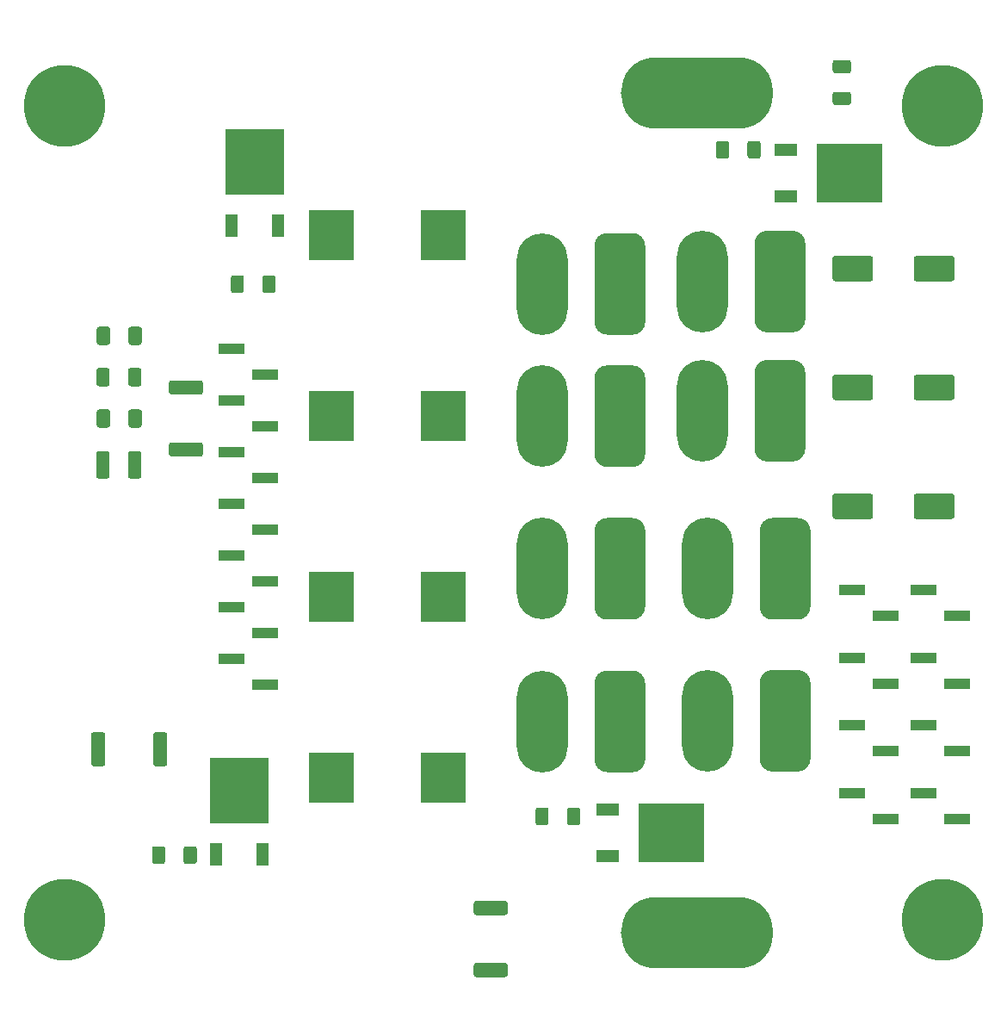
<source format=gbr>
%TF.GenerationSoftware,KiCad,Pcbnew,(5.1.10)-1*%
%TF.CreationDate,2021-09-14T12:20:03+02:00*%
%TF.ProjectId,BTS-MainBoard-Power,4254532d-4d61-4696-9e42-6f6172642d50,rev?*%
%TF.SameCoordinates,Original*%
%TF.FileFunction,Soldermask,Top*%
%TF.FilePolarity,Negative*%
%FSLAX46Y46*%
G04 Gerber Fmt 4.6, Leading zero omitted, Abs format (unit mm)*
G04 Created by KiCad (PCBNEW (5.1.10)-1) date 2021-09-14 12:20:03*
%MOMM*%
%LPD*%
G01*
G04 APERTURE LIST*
%ADD10R,6.400000X5.800000*%
%ADD11R,2.200000X1.200000*%
%ADD12R,5.800000X6.400000*%
%ADD13R,1.200000X2.200000*%
%ADD14R,2.510000X1.000000*%
%ADD15C,8.000000*%
%ADD16C,4.400000*%
%ADD17R,4.500000X5.000000*%
%ADD18O,5.000000X10.000000*%
%ADD19O,15.000000X7.000000*%
G04 APERTURE END LIST*
D10*
%TO.C,Q4*%
X226060000Y-118490000D03*
D11*
X219760000Y-120770000D03*
X219760000Y-116210000D03*
%TD*%
D10*
%TO.C,Q3*%
X243610000Y-53595000D03*
D11*
X237310000Y-55875000D03*
X237310000Y-51315000D03*
%TD*%
D12*
%TO.C,Q2*%
X183516000Y-114276000D03*
D13*
X185796000Y-120576000D03*
X181236000Y-120576000D03*
%TD*%
D12*
%TO.C,Q1*%
X185040000Y-52475000D03*
D13*
X187320000Y-58775000D03*
X182760000Y-58775000D03*
%TD*%
D14*
%TO.C,J19*%
X247146000Y-117094000D03*
X243836000Y-114554000D03*
%TD*%
%TO.C,J18*%
X254131000Y-117094000D03*
X250821000Y-114554000D03*
%TD*%
%TO.C,J17*%
X254131000Y-110447666D03*
X250821000Y-107907666D03*
%TD*%
%TO.C,J16*%
X254131000Y-103801333D03*
X250821000Y-101261333D03*
%TD*%
%TO.C,J15*%
X247146000Y-110447666D03*
X243836000Y-107907666D03*
%TD*%
%TO.C,J14*%
X247146000Y-103801333D03*
X243836000Y-101261333D03*
%TD*%
%TO.C,J13*%
X254131000Y-97155000D03*
X250821000Y-94615000D03*
%TD*%
%TO.C,J12*%
X247146000Y-97155000D03*
X243836000Y-94615000D03*
%TD*%
%TO.C,C4*%
G36*
G01*
X249904000Y-63992000D02*
X249904000Y-61992000D01*
G75*
G02*
X250154000Y-61742000I250000J0D01*
G01*
X253654000Y-61742000D01*
G75*
G02*
X253904000Y-61992000I0J-250000D01*
G01*
X253904000Y-63992000D01*
G75*
G02*
X253654000Y-64242000I-250000J0D01*
G01*
X250154000Y-64242000D01*
G75*
G02*
X249904000Y-63992000I0J250000D01*
G01*
G37*
G36*
G01*
X241904000Y-63992000D02*
X241904000Y-61992000D01*
G75*
G02*
X242154000Y-61742000I250000J0D01*
G01*
X245654000Y-61742000D01*
G75*
G02*
X245904000Y-61992000I0J-250000D01*
G01*
X245904000Y-63992000D01*
G75*
G02*
X245654000Y-64242000I-250000J0D01*
G01*
X242154000Y-64242000D01*
G75*
G02*
X241904000Y-63992000I0J250000D01*
G01*
G37*
%TD*%
%TO.C,C5*%
G36*
G01*
X249904000Y-75676000D02*
X249904000Y-73676000D01*
G75*
G02*
X250154000Y-73426000I250000J0D01*
G01*
X253654000Y-73426000D01*
G75*
G02*
X253904000Y-73676000I0J-250000D01*
G01*
X253904000Y-75676000D01*
G75*
G02*
X253654000Y-75926000I-250000J0D01*
G01*
X250154000Y-75926000D01*
G75*
G02*
X249904000Y-75676000I0J250000D01*
G01*
G37*
G36*
G01*
X241904000Y-75676000D02*
X241904000Y-73676000D01*
G75*
G02*
X242154000Y-73426000I250000J0D01*
G01*
X245654000Y-73426000D01*
G75*
G02*
X245904000Y-73676000I0J-250000D01*
G01*
X245904000Y-75676000D01*
G75*
G02*
X245654000Y-75926000I-250000J0D01*
G01*
X242154000Y-75926000D01*
G75*
G02*
X241904000Y-75676000I0J250000D01*
G01*
G37*
%TD*%
%TO.C,C3*%
G36*
G01*
X249904000Y-87360000D02*
X249904000Y-85360000D01*
G75*
G02*
X250154000Y-85110000I250000J0D01*
G01*
X253654000Y-85110000D01*
G75*
G02*
X253904000Y-85360000I0J-250000D01*
G01*
X253904000Y-87360000D01*
G75*
G02*
X253654000Y-87610000I-250000J0D01*
G01*
X250154000Y-87610000D01*
G75*
G02*
X249904000Y-87360000I0J250000D01*
G01*
G37*
G36*
G01*
X241904000Y-87360000D02*
X241904000Y-85360000D01*
G75*
G02*
X242154000Y-85110000I250000J0D01*
G01*
X245654000Y-85110000D01*
G75*
G02*
X245904000Y-85360000I0J-250000D01*
G01*
X245904000Y-87360000D01*
G75*
G02*
X245654000Y-87610000I-250000J0D01*
G01*
X242154000Y-87610000D01*
G75*
G02*
X241904000Y-87360000I0J250000D01*
G01*
G37*
%TD*%
%TO.C,R2*%
G36*
G01*
X175070000Y-111661001D02*
X175070000Y-108810999D01*
G75*
G02*
X175319999Y-108561000I249999J0D01*
G01*
X176220001Y-108561000D01*
G75*
G02*
X176470000Y-108810999I0J-249999D01*
G01*
X176470000Y-111661001D01*
G75*
G02*
X176220001Y-111911000I-249999J0D01*
G01*
X175319999Y-111911000D01*
G75*
G02*
X175070000Y-111661001I0J249999D01*
G01*
G37*
G36*
G01*
X168970000Y-111661001D02*
X168970000Y-108810999D01*
G75*
G02*
X169219999Y-108561000I249999J0D01*
G01*
X170120001Y-108561000D01*
G75*
G02*
X170370000Y-108810999I0J-249999D01*
G01*
X170370000Y-111661001D01*
G75*
G02*
X170120001Y-111911000I-249999J0D01*
G01*
X169219999Y-111911000D01*
G75*
G02*
X168970000Y-111661001I0J249999D01*
G01*
G37*
%TD*%
%TO.C,R1*%
G36*
G01*
X179733001Y-75374000D02*
X176882999Y-75374000D01*
G75*
G02*
X176633000Y-75124001I0J249999D01*
G01*
X176633000Y-74223999D01*
G75*
G02*
X176882999Y-73974000I249999J0D01*
G01*
X179733001Y-73974000D01*
G75*
G02*
X179983000Y-74223999I0J-249999D01*
G01*
X179983000Y-75124001D01*
G75*
G02*
X179733001Y-75374000I-249999J0D01*
G01*
G37*
G36*
G01*
X179733001Y-81474000D02*
X176882999Y-81474000D01*
G75*
G02*
X176633000Y-81224001I0J249999D01*
G01*
X176633000Y-80323999D01*
G75*
G02*
X176882999Y-80074000I249999J0D01*
G01*
X179733001Y-80074000D01*
G75*
G02*
X179983000Y-80323999I0J-249999D01*
G01*
X179983000Y-81224001D01*
G75*
G02*
X179733001Y-81474000I-249999J0D01*
G01*
G37*
%TD*%
%TO.C,C11*%
G36*
G01*
X170804000Y-73009997D02*
X170804000Y-74310003D01*
G75*
G02*
X170554003Y-74560000I-249997J0D01*
G01*
X169728997Y-74560000D01*
G75*
G02*
X169479000Y-74310003I0J249997D01*
G01*
X169479000Y-73009997D01*
G75*
G02*
X169728997Y-72760000I249997J0D01*
G01*
X170554003Y-72760000D01*
G75*
G02*
X170804000Y-73009997I0J-249997D01*
G01*
G37*
G36*
G01*
X173929000Y-73009997D02*
X173929000Y-74310003D01*
G75*
G02*
X173679003Y-74560000I-249997J0D01*
G01*
X172853997Y-74560000D01*
G75*
G02*
X172604000Y-74310003I0J249997D01*
G01*
X172604000Y-73009997D01*
G75*
G02*
X172853997Y-72760000I249997J0D01*
G01*
X173679003Y-72760000D01*
G75*
G02*
X173929000Y-73009997I0J-249997D01*
G01*
G37*
%TD*%
%TO.C,C10*%
G36*
G01*
X170804000Y-81195997D02*
X170804000Y-83396003D01*
G75*
G02*
X170554003Y-83646000I-249997J0D01*
G01*
X169728997Y-83646000D01*
G75*
G02*
X169479000Y-83396003I0J249997D01*
G01*
X169479000Y-81195997D01*
G75*
G02*
X169728997Y-80946000I249997J0D01*
G01*
X170554003Y-80946000D01*
G75*
G02*
X170804000Y-81195997I0J-249997D01*
G01*
G37*
G36*
G01*
X173929000Y-81195997D02*
X173929000Y-83396003D01*
G75*
G02*
X173679003Y-83646000I-249997J0D01*
G01*
X172853997Y-83646000D01*
G75*
G02*
X172604000Y-83396003I0J249997D01*
G01*
X172604000Y-81195997D01*
G75*
G02*
X172853997Y-80946000I249997J0D01*
G01*
X173679003Y-80946000D01*
G75*
G02*
X173929000Y-81195997I0J-249997D01*
G01*
G37*
%TD*%
%TO.C,C9*%
G36*
G01*
X170842500Y-77073997D02*
X170842500Y-78374003D01*
G75*
G02*
X170592503Y-78624000I-249997J0D01*
G01*
X169767497Y-78624000D01*
G75*
G02*
X169517500Y-78374003I0J249997D01*
G01*
X169517500Y-77073997D01*
G75*
G02*
X169767497Y-76824000I249997J0D01*
G01*
X170592503Y-76824000D01*
G75*
G02*
X170842500Y-77073997I0J-249997D01*
G01*
G37*
G36*
G01*
X173967500Y-77073997D02*
X173967500Y-78374003D01*
G75*
G02*
X173717503Y-78624000I-249997J0D01*
G01*
X172892497Y-78624000D01*
G75*
G02*
X172642500Y-78374003I0J249997D01*
G01*
X172642500Y-77073997D01*
G75*
G02*
X172892497Y-76824000I249997J0D01*
G01*
X173717503Y-76824000D01*
G75*
G02*
X173967500Y-77073997I0J-249997D01*
G01*
G37*
%TD*%
%TO.C,C1*%
G36*
G01*
X170842500Y-68945997D02*
X170842500Y-70246003D01*
G75*
G02*
X170592503Y-70496000I-249997J0D01*
G01*
X169767497Y-70496000D01*
G75*
G02*
X169517500Y-70246003I0J249997D01*
G01*
X169517500Y-68945997D01*
G75*
G02*
X169767497Y-68696000I249997J0D01*
G01*
X170592503Y-68696000D01*
G75*
G02*
X170842500Y-68945997I0J-249997D01*
G01*
G37*
G36*
G01*
X173967500Y-68945997D02*
X173967500Y-70246003D01*
G75*
G02*
X173717503Y-70496000I-249997J0D01*
G01*
X172892497Y-70496000D01*
G75*
G02*
X172642500Y-70246003I0J249997D01*
G01*
X172642500Y-68945997D01*
G75*
G02*
X172892497Y-68696000I249997J0D01*
G01*
X173717503Y-68696000D01*
G75*
G02*
X173967500Y-68945997I0J-249997D01*
G01*
G37*
%TD*%
%TO.C,J3*%
X186059000Y-103886000D03*
X186059000Y-98806000D03*
X186059000Y-93726000D03*
X186059000Y-88646000D03*
X186059000Y-83566000D03*
X186059000Y-78486000D03*
X186059000Y-73406000D03*
X182749000Y-101346000D03*
X182749000Y-96266000D03*
X182749000Y-91186000D03*
X182749000Y-86106000D03*
X182749000Y-81026000D03*
X182749000Y-75946000D03*
X182749000Y-70866000D03*
%TD*%
D15*
%TO.C,H3*%
X252730000Y-46990000D03*
D16*
X252730000Y-46990000D03*
%TD*%
D15*
%TO.C,H4*%
X166370000Y-46990000D03*
D16*
X166370000Y-46990000D03*
%TD*%
D15*
%TO.C,H2*%
X166370000Y-127000000D03*
D16*
X166370000Y-127000000D03*
%TD*%
D15*
%TO.C,H1*%
X252730000Y-127000000D03*
D16*
X252730000Y-127000000D03*
%TD*%
%TO.C,R11*%
G36*
G01*
X213984000Y-116214999D02*
X213984000Y-117465001D01*
G75*
G02*
X213734001Y-117715000I-249999J0D01*
G01*
X212933999Y-117715000D01*
G75*
G02*
X212684000Y-117465001I0J249999D01*
G01*
X212684000Y-116214999D01*
G75*
G02*
X212933999Y-115965000I249999J0D01*
G01*
X213734001Y-115965000D01*
G75*
G02*
X213984000Y-116214999I0J-249999D01*
G01*
G37*
G36*
G01*
X217084000Y-116214999D02*
X217084000Y-117465001D01*
G75*
G02*
X216834001Y-117715000I-249999J0D01*
G01*
X216033999Y-117715000D01*
G75*
G02*
X215784000Y-117465001I0J249999D01*
G01*
X215784000Y-116214999D01*
G75*
G02*
X216033999Y-115965000I249999J0D01*
G01*
X216834001Y-115965000D01*
G75*
G02*
X217084000Y-116214999I0J-249999D01*
G01*
G37*
%TD*%
%TO.C,R10*%
G36*
G01*
X231738000Y-50682999D02*
X231738000Y-51933001D01*
G75*
G02*
X231488001Y-52183000I-249999J0D01*
G01*
X230687999Y-52183000D01*
G75*
G02*
X230438000Y-51933001I0J249999D01*
G01*
X230438000Y-50682999D01*
G75*
G02*
X230687999Y-50433000I249999J0D01*
G01*
X231488001Y-50433000D01*
G75*
G02*
X231738000Y-50682999I0J-249999D01*
G01*
G37*
G36*
G01*
X234838000Y-50682999D02*
X234838000Y-51933001D01*
G75*
G02*
X234588001Y-52183000I-249999J0D01*
G01*
X233787999Y-52183000D01*
G75*
G02*
X233538000Y-51933001I0J249999D01*
G01*
X233538000Y-50682999D01*
G75*
G02*
X233787999Y-50433000I249999J0D01*
G01*
X234588001Y-50433000D01*
G75*
G02*
X234838000Y-50682999I0J-249999D01*
G01*
G37*
%TD*%
%TO.C,R9*%
G36*
G01*
X206854999Y-131255000D02*
X209705001Y-131255000D01*
G75*
G02*
X209955000Y-131504999I0J-249999D01*
G01*
X209955000Y-132405001D01*
G75*
G02*
X209705001Y-132655000I-249999J0D01*
G01*
X206854999Y-132655000D01*
G75*
G02*
X206605000Y-132405001I0J249999D01*
G01*
X206605000Y-131504999D01*
G75*
G02*
X206854999Y-131255000I249999J0D01*
G01*
G37*
G36*
G01*
X206854999Y-125155000D02*
X209705001Y-125155000D01*
G75*
G02*
X209955000Y-125404999I0J-249999D01*
G01*
X209955000Y-126305001D01*
G75*
G02*
X209705001Y-126555000I-249999J0D01*
G01*
X206854999Y-126555000D01*
G75*
G02*
X206605000Y-126305001I0J249999D01*
G01*
X206605000Y-125404999D01*
G75*
G02*
X206854999Y-125155000I249999J0D01*
G01*
G37*
%TD*%
%TO.C,R8*%
G36*
G01*
X176265000Y-120024999D02*
X176265000Y-121275001D01*
G75*
G02*
X176015001Y-121525000I-249999J0D01*
G01*
X175214999Y-121525000D01*
G75*
G02*
X174965000Y-121275001I0J249999D01*
G01*
X174965000Y-120024999D01*
G75*
G02*
X175214999Y-119775000I249999J0D01*
G01*
X176015001Y-119775000D01*
G75*
G02*
X176265000Y-120024999I0J-249999D01*
G01*
G37*
G36*
G01*
X179365000Y-120024999D02*
X179365000Y-121275001D01*
G75*
G02*
X179115001Y-121525000I-249999J0D01*
G01*
X178314999Y-121525000D01*
G75*
G02*
X178065000Y-121275001I0J249999D01*
G01*
X178065000Y-120024999D01*
G75*
G02*
X178314999Y-119775000I249999J0D01*
G01*
X179115001Y-119775000D01*
G75*
G02*
X179365000Y-120024999I0J-249999D01*
G01*
G37*
%TD*%
%TO.C,R7*%
G36*
G01*
X185812000Y-65141001D02*
X185812000Y-63890999D01*
G75*
G02*
X186061999Y-63641000I249999J0D01*
G01*
X186862001Y-63641000D01*
G75*
G02*
X187112000Y-63890999I0J-249999D01*
G01*
X187112000Y-65141001D01*
G75*
G02*
X186862001Y-65391000I-249999J0D01*
G01*
X186061999Y-65391000D01*
G75*
G02*
X185812000Y-65141001I0J249999D01*
G01*
G37*
G36*
G01*
X182712000Y-65141001D02*
X182712000Y-63890999D01*
G75*
G02*
X182961999Y-63641000I249999J0D01*
G01*
X183762001Y-63641000D01*
G75*
G02*
X184012000Y-63890999I0J-249999D01*
G01*
X184012000Y-65141001D01*
G75*
G02*
X183762001Y-65391000I-249999J0D01*
G01*
X182961999Y-65391000D01*
G75*
G02*
X182712000Y-65141001I0J249999D01*
G01*
G37*
%TD*%
D17*
%TO.C,L4*%
X203620000Y-77470000D03*
X192620000Y-77470000D03*
%TD*%
%TO.C,L3*%
X203620000Y-95250000D03*
X192620000Y-95250000D03*
%TD*%
%TO.C,L2*%
X203620000Y-113030000D03*
X192620000Y-113030000D03*
%TD*%
%TO.C,L1*%
X203620000Y-59690000D03*
X192620000Y-59690000D03*
%TD*%
%TO.C,J11*%
G36*
G01*
X234736000Y-96250000D02*
X234736000Y-88750000D01*
G75*
G02*
X235986000Y-87500000I1250000J0D01*
G01*
X238486000Y-87500000D01*
G75*
G02*
X239736000Y-88750000I0J-1250000D01*
G01*
X239736000Y-96250000D01*
G75*
G02*
X238486000Y-97500000I-1250000J0D01*
G01*
X235986000Y-97500000D01*
G75*
G02*
X234736000Y-96250000I0J1250000D01*
G01*
G37*
D18*
X229616000Y-92500000D03*
%TD*%
%TO.C,J10*%
G36*
G01*
X234228000Y-68012000D02*
X234228000Y-60512000D01*
G75*
G02*
X235478000Y-59262000I1250000J0D01*
G01*
X237978000Y-59262000D01*
G75*
G02*
X239228000Y-60512000I0J-1250000D01*
G01*
X239228000Y-68012000D01*
G75*
G02*
X237978000Y-69262000I-1250000J0D01*
G01*
X235478000Y-69262000D01*
G75*
G02*
X234228000Y-68012000I0J1250000D01*
G01*
G37*
X229108000Y-64262000D03*
%TD*%
%TO.C,J9*%
G36*
G01*
X218480000Y-68240000D02*
X218480000Y-60740000D01*
G75*
G02*
X219730000Y-59490000I1250000J0D01*
G01*
X222230000Y-59490000D01*
G75*
G02*
X223480000Y-60740000I0J-1250000D01*
G01*
X223480000Y-68240000D01*
G75*
G02*
X222230000Y-69490000I-1250000J0D01*
G01*
X219730000Y-69490000D01*
G75*
G02*
X218480000Y-68240000I0J1250000D01*
G01*
G37*
X213360000Y-64490000D03*
%TD*%
%TO.C,J8*%
G36*
G01*
X218480000Y-96250000D02*
X218480000Y-88750000D01*
G75*
G02*
X219730000Y-87500000I1250000J0D01*
G01*
X222230000Y-87500000D01*
G75*
G02*
X223480000Y-88750000I0J-1250000D01*
G01*
X223480000Y-96250000D01*
G75*
G02*
X222230000Y-97500000I-1250000J0D01*
G01*
X219730000Y-97500000D01*
G75*
G02*
X218480000Y-96250000I0J1250000D01*
G01*
G37*
X213360000Y-92500000D03*
%TD*%
%TO.C,J7*%
G36*
G01*
X234228000Y-80712000D02*
X234228000Y-73212000D01*
G75*
G02*
X235478000Y-71962000I1250000J0D01*
G01*
X237978000Y-71962000D01*
G75*
G02*
X239228000Y-73212000I0J-1250000D01*
G01*
X239228000Y-80712000D01*
G75*
G02*
X237978000Y-81962000I-1250000J0D01*
G01*
X235478000Y-81962000D01*
G75*
G02*
X234228000Y-80712000I0J1250000D01*
G01*
G37*
X229108000Y-76962000D03*
%TD*%
%TO.C,J6*%
G36*
G01*
X218480000Y-81250000D02*
X218480000Y-73750000D01*
G75*
G02*
X219730000Y-72500000I1250000J0D01*
G01*
X222230000Y-72500000D01*
G75*
G02*
X223480000Y-73750000I0J-1250000D01*
G01*
X223480000Y-81250000D01*
G75*
G02*
X222230000Y-82500000I-1250000J0D01*
G01*
X219730000Y-82500000D01*
G75*
G02*
X218480000Y-81250000I0J1250000D01*
G01*
G37*
X213360000Y-77500000D03*
%TD*%
%TO.C,J5*%
G36*
G01*
X234736000Y-111192000D02*
X234736000Y-103692000D01*
G75*
G02*
X235986000Y-102442000I1250000J0D01*
G01*
X238486000Y-102442000D01*
G75*
G02*
X239736000Y-103692000I0J-1250000D01*
G01*
X239736000Y-111192000D01*
G75*
G02*
X238486000Y-112442000I-1250000J0D01*
G01*
X235986000Y-112442000D01*
G75*
G02*
X234736000Y-111192000I0J1250000D01*
G01*
G37*
X229616000Y-107442000D03*
%TD*%
%TO.C,J4*%
G36*
G01*
X218480000Y-111250000D02*
X218480000Y-103750000D01*
G75*
G02*
X219730000Y-102500000I1250000J0D01*
G01*
X222230000Y-102500000D01*
G75*
G02*
X223480000Y-103750000I0J-1250000D01*
G01*
X223480000Y-111250000D01*
G75*
G02*
X222230000Y-112500000I-1250000J0D01*
G01*
X219730000Y-112500000D01*
G75*
G02*
X218480000Y-111250000I0J1250000D01*
G01*
G37*
X213360000Y-107500000D03*
%TD*%
D19*
%TO.C,J2*%
X228600000Y-128270000D03*
%TD*%
%TO.C,J1*%
X228600000Y-45720000D03*
%TD*%
%TO.C,C2*%
G36*
G01*
X243474003Y-43804000D02*
X242173997Y-43804000D01*
G75*
G02*
X241924000Y-43554003I0J249997D01*
G01*
X241924000Y-42728997D01*
G75*
G02*
X242173997Y-42479000I249997J0D01*
G01*
X243474003Y-42479000D01*
G75*
G02*
X243724000Y-42728997I0J-249997D01*
G01*
X243724000Y-43554003D01*
G75*
G02*
X243474003Y-43804000I-249997J0D01*
G01*
G37*
G36*
G01*
X243474003Y-46929000D02*
X242173997Y-46929000D01*
G75*
G02*
X241924000Y-46679003I0J249997D01*
G01*
X241924000Y-45853997D01*
G75*
G02*
X242173997Y-45604000I249997J0D01*
G01*
X243474003Y-45604000D01*
G75*
G02*
X243724000Y-45853997I0J-249997D01*
G01*
X243724000Y-46679003D01*
G75*
G02*
X243474003Y-46929000I-249997J0D01*
G01*
G37*
%TD*%
M02*

</source>
